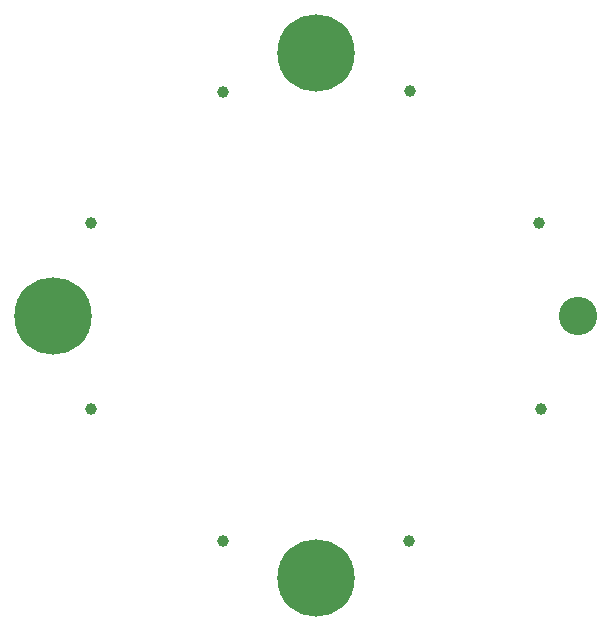
<source format=gbs>
G75*
%MOIN*%
%OFA0B0*%
%FSLAX25Y25*%
%IPPOS*%
%LPD*%
%AMOC8*
5,1,8,0,0,1.08239X$1,22.5*
%
%ADD10C,0.12800*%
%ADD11C,0.25800*%
%ADD12C,0.03900*%
D10*
X0098750Y0186250D03*
X0186250Y0098750D03*
X0273750Y0186250D03*
X0186250Y0273750D03*
D11*
X0186250Y0273750D03*
X0098750Y0186250D03*
X0186250Y0098750D03*
D12*
X0111250Y0155250D03*
X0155250Y0111250D03*
X0217250Y0111250D03*
X0261250Y0155250D03*
X0260750Y0217250D03*
X0217750Y0261250D03*
X0155250Y0260750D03*
X0111250Y0217250D03*
M02*

</source>
